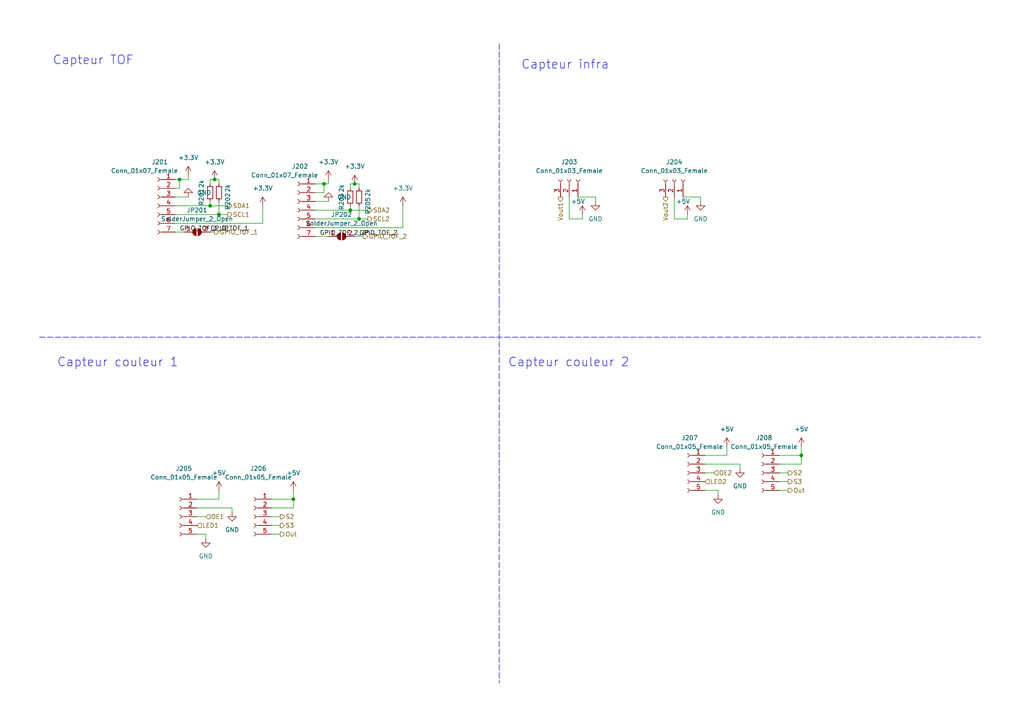
<source format=kicad_sch>
(kicad_sch (version 20211123) (generator eeschema)
  (paper "A4")
  (title_block (title "ESE Project Sensor block") (date "2022-10-03") (company "ENSEA"))
  (lib_symbols
    (symbol "Connector:Conn_01x03_Female" (pin_names (offset 1.016) hide)
      (property "Reference" "J" (at 0 5.08 0))
      (property "Value" "Conn_01x03_Female" (at 0 -5.08 0))
      (symbol "Conn_01x03_Female_1_1"
        (arc (start 0 -2.032) (mid -0.508 -2.54) (end 0 -3.048) (stroke (width 0.1524)))
        (polyline (pts (xy -1.27 -2.54) (xy -0.508 -2.54)) (stroke (width 0.1524)))
        (polyline (pts (xy -1.27 0) (xy -0.508 0)) (stroke (width 0.1524)))
        (polyline (pts (xy -1.27 2.54) (xy -0.508 2.54)) (stroke (width 0.1524)))
        (arc (start 0 0.508) (mid -0.508 0) (end 0 -0.508) (stroke (width 0.1524)))
        (arc (start 0 3.048) (mid -0.508 2.54) (end 0 2.032) (stroke (width 0.1524)))
        (pin passive line (at -5.08 2.54 0) (length 3.81) (name "Pin_1") (number "1"))
        (pin passive line (at -5.08 0 0) (length 3.81) (name "Pin_2") (number "2"))
        (pin passive line (at -5.08 -2.54 0) (length 3.81) (name "Pin_3") (number "3"))
      )
    )
    (symbol "Connector:Conn_01x05_Female" (pin_names (offset 1.016) hide)
      (property "Reference" "J" (at 0 7.62 0))
      (property "Value" "Conn_01x05_Female" (at 0 -7.62 0))
      (symbol "Conn_01x05_Female_1_1"
        (arc (start 0 -4.572) (mid -0.508 -5.08) (end 0 -5.588) (stroke (width 0.1524)))
        (arc (start 0 -2.032) (mid -0.508 -2.54) (end 0 -3.048) (stroke (width 0.1524)))
        (polyline (pts (xy -1.27 -5.08) (xy -0.508 -5.08)) (stroke (width 0.1524)))
        (polyline (pts (xy -1.27 -2.54) (xy -0.508 -2.54)) (stroke (width 0.1524)))
        (polyline (pts (xy -1.27 0) (xy -0.508 0)) (stroke (width 0.1524)))
        (polyline (pts (xy -1.27 2.54) (xy -0.508 2.54)) (stroke (width 0.1524)))
        (polyline (pts (xy -1.27 5.08) (xy -0.508 5.08)) (stroke (width 0.1524)))
        (arc (start 0 0.508) (mid -0.508 0) (end 0 -0.508) (stroke (width 0.1524)))
        (arc (start 0 3.048) (mid -0.508 2.54) (end 0 2.032) (stroke (width 0.1524)))
        (arc (start 0 5.588) (mid -0.508 5.08) (end 0 4.572) (stroke (width 0.1524)))
        (pin passive line (at -5.08 5.08 0) (length 3.81) (name "Pin_1") (number "1"))
        (pin passive line (at -5.08 2.54 0) (length 3.81) (name "Pin_2") (number "2"))
        (pin passive line (at -5.08 0 0) (length 3.81) (name "Pin_3") (number "3"))
        (pin passive line (at -5.08 -2.54 0) (length 3.81) (name "Pin_4") (number "4"))
        (pin passive line (at -5.08 -5.08 0) (length 3.81) (name "Pin_5") (number "5"))
      )
    )
    (symbol "Connector:Conn_01x07_Female" (pin_names (offset 1.016) hide)
      (property "Reference" "J" (at 0 10.16 0))
      (property "Value" "Conn_01x07_Female" (at 0 -10.16 0))
      (symbol "Conn_01x07_Female_1_1"
        (arc (start 0 -7.112) (mid -0.508 -7.62) (end 0 -8.128) (stroke (width 0.1524)))
        (arc (start 0 -4.572) (mid -0.508 -5.08) (end 0 -5.588) (stroke (width 0.1524)))
        (arc (start 0 -2.032) (mid -0.508 -2.54) (end 0 -3.048) (stroke (width 0.1524)))
        (polyline (pts (xy -1.27 -7.62) (xy -0.508 -7.62)) (stroke (width 0.1524)))
        (polyline (pts (xy -1.27 -5.08) (xy -0.508 -5.08)) (stroke (width 0.1524)))
        (polyline (pts (xy -1.27 -2.54) (xy -0.508 -2.54)) (stroke (width 0.1524)))
        (polyline (pts (xy -1.27 0) (xy -0.508 0)) (stroke (width 0.1524)))
        (polyline (pts (xy -1.27 2.54) (xy -0.508 2.54)) (stroke (width 0.1524)))
        (polyline (pts (xy -1.27 5.08) (xy -0.508 5.08)) (stroke (width 0.1524)))
        (polyline (pts (xy -1.27 7.62) (xy -0.508 7.62)) (stroke (width 0.1524)))
        (arc (start 0 0.508) (mid -0.508 0) (end 0 -0.508) (stroke (width 0.1524)))
        (arc (start 0 3.048) (mid -0.508 2.54) (end 0 2.032) (stroke (width 0.1524)))
        (arc (start 0 5.588) (mid -0.508 5.08) (end 0 4.572) (stroke (width 0.1524)))
        (arc (start 0 8.128) (mid -0.508 7.62) (end 0 7.112) (stroke (width 0.1524)))
        (pin passive line (at -5.08 7.62 0) (length 3.81) (name "Pin_1") (number "1"))
        (pin passive line (at -5.08 5.08 0) (length 3.81) (name "Pin_2") (number "2"))
        (pin passive line (at -5.08 2.54 0) (length 3.81) (name "Pin_3") (number "3"))
        (pin passive line (at -5.08 0 0) (length 3.81) (name "Pin_4") (number "4"))
        (pin passive line (at -5.08 -2.54 0) (length 3.81) (name "Pin_5") (number "5"))
        (pin passive line (at -5.08 -5.08 0) (length 3.81) (name "Pin_6") (number "6"))
        (pin passive line (at -5.08 -7.62 0) (length 3.81) (name "Pin_7") (number "7"))
      )
    )
    (symbol "Device:R_Small" (pin_numbers hide) (pin_names (offset 0.254) hide)
      (property "Reference" "R" (at 0.762 0.508 0))
      (property "Value" "R_Small" (at 0.762 -1.016 0))
      (symbol "R_Small_0_1"
        (rectangle (start -0.762 1.778) (end 0.762 -1.778) (stroke (width 0.2032)))
      )
      (symbol "R_Small_1_1"
        (pin passive line (at 0 2.54 270) (length 0.762) (name "~") (number "1"))
        (pin passive line (at 0 -2.54 90) (length 0.762) (name "~") (number "2"))
      )
    )
    (symbol "Jumper:SolderJumper_2_Open" (pin_names (offset 0) hide)
      (property "Reference" "JP" (at 0 2.032 0))
      (property "Value" "SolderJumper_2_Open" (at 0 -2.54 0))
      (symbol "SolderJumper_2_Open_0_1"
        (arc (start -0.254 1.016) (mid -1.27 0) (end -0.254 -1.016))
        (arc (start -0.254 1.016) (mid -1.27 0) (end -0.254 -1.016) (fill (type outline)))
        (polyline (pts (xy -0.254 1.016) (xy -0.254 -1.016)))
        (polyline (pts (xy 0.254 1.016) (xy 0.254 -1.016)))
        (arc (start 0.254 -1.016) (mid 1.27 0) (end 0.254 1.016))
        (arc (start 0.254 -1.016) (mid 1.27 0) (end 0.254 1.016) (fill (type outline)))
      )
      (symbol "SolderJumper_2_Open_1_1"
        (pin passive line (at -3.81 0 0) (length 2.54) (name "A") (number "1"))
        (pin passive line (at 3.81 0 180) (length 2.54) (name "B") (number "2"))
      )
    )
    (symbol "power:+3.3V" (power) (pin_names (offset 0))
      (property "Value" "+3.3V" (at 0 3.556 0))
      (symbol "+3.3V_0_1"
        (polyline (pts (xy -0.762 1.27) (xy 0 2.54)))
        (polyline (pts (xy 0 0) (xy 0 2.54)))
        (polyline (pts (xy 0 2.54) (xy 0.762 1.27)))
      )
      (symbol "+3.3V_1_1"
        (pin power_in line (at 0 0 90) (length 0) hide (name "+3.3V") (number "1"))
      )
    )
    (symbol "power:+5V" (power) (pin_names (offset 0))
      (property "Value" "+5V" (at 0 3.556 0))
      (symbol "+5V_0_1"
        (polyline (pts (xy -0.762 1.27) (xy 0 2.54)))
        (polyline (pts (xy 0 0) (xy 0 2.54)))
        (polyline (pts (xy 0 2.54) (xy 0.762 1.27)))
      )
      (symbol "+5V_1_1"
        (pin power_in line (at 0 0 90) (length 0) hide (name "+5V") (number "1"))
      )
    )
    (symbol "power:GND" (power) (pin_names (offset 0))
      (property "Value" "GND" (at 0 -3.81 0))
      (symbol "GND_0_1"
        (polyline (pts (xy 0 0) (xy 0 -1.27) (xy 1.27 -1.27) (xy 0 -2.54) (xy -1.27 -1.27) (xy 0 -1.27)))
      )
      (symbol "GND_1_1"
        (pin power_in line (at 0 0 270) (length 0) hide (name "GND") (number "1"))
      )
    )
  )
  (junction (at 62.23 52.07))
  (junction (at 101.6 60.96))
  (junction (at 85.09 144.78))
  (junction (at 104.14 63.5))
  (junction (at 232.41 132.08))
  (junction (at 102.87 53.34))
  (junction (at 60.96 59.69))
  (junction (at 63.5 62.23))
  (junction (at 93.98 53.34))
  (junction (at 52.07 52.07))
  (wire (pts (xy 91.44 66.04) (xy 116.84 66.04)))
  (wire (pts (xy 165.1 57.15) (xy 165.1 63.5)))
  (wire (pts (xy 214.63 134.62) (xy 214.63 135.89)))
  (wire (pts (xy 50.8 64.77) (xy 76.2 64.77)))
  (wire (pts (xy 60.96 53.34) (xy 60.96 52.07)))
  (wire (pts (xy 198.12 57.15) (xy 203.2 57.15)))
  (wire (pts (xy 210.82 132.08) (xy 210.82 129.54)))
  (wire (pts (xy 50.8 67.31) (xy 53.34 67.31)))
  (wire (pts (xy 63.5 52.07) (xy 63.5 53.34)))
  (wire (pts (xy 195.58 63.5) (xy 199.39 63.5)))
  (wire (pts (xy 204.47 134.62) (xy 214.63 134.62)))
  (wire (pts (xy 195.58 57.15) (xy 195.58 63.5)))
  (wire (pts (xy 204.47 132.08) (xy 210.82 132.08)))
  (wire (pts (xy 59.69 154.94) (xy 59.69 156.21)))
  (wire (pts (xy 204.47 137.16) (xy 207.01 137.16)))
  (wire (pts (xy 102.87 53.34) (xy 104.14 53.34)))
  (wire (pts (xy 50.8 59.69) (xy 60.96 59.69)))
  (wire (pts (xy 232.41 132.08) (xy 232.41 129.54)))
  (wire (pts (xy 60.96 67.31) (xy 62.23 67.31)))
  (wire (pts (xy 50.8 57.15) (xy 54.61 57.15)))
  (wire (pts (xy 104.14 53.34) (xy 104.14 54.61)))
  (wire (pts (xy 52.07 52.07) (xy 52.07 54.61)))
  (wire (pts (xy 101.6 59.69) (xy 101.6 60.96)))
  (wire (pts (xy 78.74 152.4) (xy 81.28 152.4)))
  (wire (pts (xy 85.09 144.78) (xy 85.09 142.24)))
  (wire (pts (xy 168.91 63.5) (xy 168.91 62.23)))
  (wire (pts (xy 167.64 57.15) (xy 172.72 57.15)))
  (wire (pts (xy 172.72 57.15) (xy 172.72 58.42)))
  (wire (pts (xy 50.8 54.61) (xy 52.07 54.61)))
  (wire (pts (xy 78.74 144.78) (xy 85.09 144.78)))
  (wire (pts (xy 208.28 142.24) (xy 208.28 143.51)))
  (wire (pts (xy 54.61 50.8) (xy 54.61 52.07)))
  (wire (pts (xy 203.2 57.15) (xy 203.2 58.42)))
  (wire (pts (xy 60.96 59.69) (xy 66.04 59.69)))
  (wire (pts (xy 91.44 58.42) (xy 95.25 58.42)))
  (wire (pts (xy 60.96 58.42) (xy 60.96 59.69)))
  (wire (pts (xy 85.09 147.32) (xy 85.09 144.78)))
  (wire (pts (xy 67.31 147.32) (xy 67.31 148.59)))
  (wire (pts (xy 76.2 59.69) (xy 76.2 64.77)))
  (wire (pts (xy 226.06 142.24) (xy 228.6 142.24)))
  (wire (pts (xy 50.8 52.07) (xy 52.07 52.07)))
  (wire (pts (xy 95.25 52.07) (xy 95.25 53.34)))
  (wire (pts (xy 101.6 60.96) (xy 106.68 60.96)))
  (wire (pts (xy 57.15 154.94) (xy 59.69 154.94)))
  (wire (pts (xy 104.14 59.69) (xy 104.14 63.5)))
  (wire (pts (xy 91.44 53.34) (xy 93.98 53.34)))
  (wire (pts (xy 116.84 59.69) (xy 116.84 66.04)))
  (wire (pts (xy 226.06 137.16) (xy 228.6 137.16)))
  (wire (pts (xy 52.07 52.07) (xy 54.61 52.07)))
  (wire (pts (xy 226.06 134.62) (xy 232.41 134.62)))
  (wire (pts (xy 63.5 58.42) (xy 63.5 62.23)))
  (wire (pts (xy 63.5 144.78) (xy 63.5 142.24)))
  (wire (pts (xy 63.5 62.23) (xy 66.04 62.23)))
  (wire (pts (xy 62.23 52.07) (xy 63.5 52.07)))
  (wire (pts (xy 91.44 60.96) (xy 101.6 60.96)))
  (wire (pts (xy 104.14 63.5) (xy 106.68 63.5)))
  (wire (pts (xy 91.44 55.88) (xy 93.98 55.88)))
  (wire (pts (xy 91.44 63.5) (xy 104.14 63.5)))
  (polyline (pts (xy 144.78 12.7) (xy 144.78 87.63)))
  (wire (pts (xy 91.44 68.58) (xy 95.25 68.58)))
  (wire (pts (xy 93.98 53.34) (xy 93.98 55.88)))
  (wire (pts (xy 165.1 63.5) (xy 168.91 63.5)))
  (wire (pts (xy 102.87 68.58) (xy 105.41 68.58)))
  (wire (pts (xy 57.15 144.78) (xy 63.5 144.78)))
  (wire (pts (xy 50.8 62.23) (xy 63.5 62.23)))
  (wire (pts (xy 204.47 142.24) (xy 208.28 142.24)))
  (wire (pts (xy 57.15 147.32) (xy 67.31 147.32)))
  (wire (pts (xy 78.74 149.86) (xy 81.28 149.86)))
  (wire (pts (xy 60.96 52.07) (xy 62.23 52.07)))
  (wire (pts (xy 78.74 147.32) (xy 85.09 147.32)))
  (polyline (pts (xy 144.78 87.63) (xy 144.78 198.12)))
  (wire (pts (xy 226.06 132.08) (xy 232.41 132.08)))
  (wire (pts (xy 101.6 53.34) (xy 102.87 53.34)))
  (wire (pts (xy 57.15 149.86) (xy 59.69 149.86)))
  (wire (pts (xy 93.98 53.34) (xy 95.25 53.34)))
  (polyline (pts (xy 11.43 97.79) (xy 284.48 97.79)))
  (wire (pts (xy 78.74 154.94) (xy 81.28 154.94)))
  (wire (pts (xy 226.06 139.7) (xy 228.6 139.7)))
  (wire (pts (xy 101.6 54.61) (xy 101.6 53.34)))
  (wire (pts (xy 199.39 63.5) (xy 199.39 62.23)))
  (wire (pts (xy 232.41 134.62) (xy 232.41 132.08)))
  (text "Capteur couleur 1" (at 16.51 106.68 0) (effects (font (size 2.54 2.54)) (justify left bottom)))
  (text "Capteur infra" (at 151.13 20.32 0) (effects (font (size 2.54 2.54)) (justify left bottom)))
  (text "Capteur TOF" (at 15.24 19.05 0) (effects (font (size 2.54 2.54)) (justify left bottom)))
  (text "Capteur couleur 2" (at 147.32 106.68 0) (effects (font (size 2.54 2.54)) (justify left bottom)))
  (label "GPIO_TOF_1" (at 60.96 67.31 0))
  (label "GPIO_TOF_1_JP" (at 52.07 67.31 0))
  (label "GPIO_TOF_2_JP" (at 92.71 68.58 0))
  (label "GPIO_TOF_2" (at 104.14 68.58 0))
  (hierarchical_label "S3" (shape output) (at 228.6 139.7 0))
  (hierarchical_label "GPIO_TOF_2" (shape output) (at 105.41 68.58 0))
  (hierarchical_label "Out" (shape output) (at 81.28 154.94 0))
  (hierarchical_label "GPIO_TOF_1" (shape output) (at 62.23 67.31 0))
  (hierarchical_label "SCL2" (shape output) (at 106.68 63.5 0))
  (hierarchical_label "LED2" (shape input) (at 204.47 139.7 0))
  (hierarchical_label "Vout1" (shape output) (at 162.56 57.15 270))
  (hierarchical_label "S3" (shape output) (at 81.28 152.4 0))
  (hierarchical_label "SDA1" (shape output) (at 66.04 59.69 0))
  (hierarchical_label "Out" (shape output) (at 228.6 142.24 0))
  (hierarchical_label "SCL1" (shape output) (at 66.04 62.23 0))
  (hierarchical_label "SDA2" (shape output) (at 106.68 60.96 0))
  (hierarchical_label "LED1" (shape input) (at 57.15 152.4 0))
  (hierarchical_label "Vout2" (shape output) (at 193.04 57.15 270))
  (hierarchical_label "OE2" (shape input) (at 207.01 137.16 0))
  (hierarchical_label "S2" (shape output) (at 228.6 137.16 0))
  (hierarchical_label "S2" (shape output) (at 81.28 149.86 0))
  (hierarchical_label "OE1" (shape input) (at 59.69 149.86 0))
  (symbol (lib_id "Device:R_Small") (at 60.96 55.88 180) (unit 1)
    (property "Reference" "R201" (at 58.42 57.15 90))
    (property "Value" "2k" (at 58.42 53.34 90))
    (property "Footprint" "Resistor_SMD:R_0603_1608Metric_Pad0.98x0.95mm_HandSolder" (effects hide))
  )
  (symbol (lib_id "Connector:Conn_01x05_Female") (at 52.07 149.86 0) (mirror y) (unit 1)
    (property "Reference" "J205" (at 53.34 135.89 0))
    (property "Value" "Conn_01x05_Female" (at 53.34 138.43 0))
    (property "Footprint" "Connector_JST:JST_XH_B5B-XH-A_1x05_P2.50mm_Vertical" (effects hide))
  )
  (symbol (lib_id "power:GND") (at 95.25 58.42 180) (unit 1)
    (property "Reference" "#PWR0210" (effects hide))
    (property "Value" "GND" (at 97.79 57.1499 0) (effects (justify right)))
  )
  (symbol (lib_id "Connector:Conn_01x05_Female") (at 199.39 137.16 0) (mirror y) (unit 1)
    (property "Reference" "J207" (at 200.025 127 0))
    (property "Value" "Conn_01x05_Female" (at 200.025 129.54 0))
    (property "Footprint" "Connector_JST:JST_XH_B5B-XH-A_1x05_P2.50mm_Vertical" (effects hide))
  )
  (symbol (lib_id "power:+5V") (at 85.09 142.24 0) (unit 1)
    (property "Reference" "#PWR0208" (effects hide))
    (property "Value" "+5V" (at 85.09 137.16 0))
  )
  (symbol (lib_id "power:+3.3V") (at 62.23 52.07 0) (unit 1)
    (property "Reference" "#PWR0122" (effects hide))
    (property "Value" "+3.3V" (at 62.23 46.99 0))
  )
  (symbol (lib_id "power:+3.3V") (at 116.84 59.69 0) (unit 1)
    (property "Reference" "#PWR0118" (effects hide))
    (property "Value" "+3.3V" (at 116.84 54.61 0))
  )
  (symbol (lib_id "Device:R_Small") (at 63.5 55.88 0) (unit 1)
    (property "Reference" "R202" (at 66.04 58.42 90))
    (property "Value" "2k" (at 66.04 54.61 90))
    (property "Footprint" "Resistor_SMD:R_0603_1608Metric_Pad0.98x0.95mm_HandSolder" (effects hide))
  )
  (symbol (lib_id "Connector:Conn_01x03_Female") (at 195.58 52.07 270) (mirror x) (unit 1)
    (property "Reference" "J204" (at 195.58 46.99 90))
    (property "Value" "Conn_01x03_Female" (at 195.58 49.53 90))
    (property "Footprint" "Connector_JST:JST_XH_B3B-XH-A_1x03_P2.50mm_Vertical" (effects hide))
  )
  (symbol (lib_id "power:+3.3V") (at 95.25 52.07 0) (unit 1)
    (property "Reference" "#PWR0119" (effects hide))
    (property "Value" "+3.3V" (at 95.25 46.99 0))
  )
  (symbol (lib_id "power:GND") (at 208.28 143.51 0) (unit 1)
    (property "Reference" "#PWR0217" (effects hide))
    (property "Value" "GND" (at 208.28 148.59 0))
  )
  (symbol (lib_id "power:+5V") (at 199.39 62.23 0) (unit 1)
    (property "Reference" "#PWR0215" (effects hide))
    (property "Value" "+5V" (at 198.12 58.42 0))
  )
  (symbol (lib_id "Jumper:SolderJumper_2_Open") (at 99.06 68.58 0) (unit 1)
    (property "Reference" "JP202" (at 99.06 62.23 0))
    (property "Value" "SolderJumper_2_Open" (at 99.06 64.77 0))
    (property "Footprint" "Jumper:SolderJumper-2_P1.3mm_Open_TrianglePad1.0x1.5mm" (effects hide))
  )
  (symbol (lib_id "Connector:Conn_01x07_Female") (at 86.36 60.96 0) (mirror y) (unit 1)
    (property "Reference" "J202" (at 86.995 48.26 0))
    (property "Value" "Conn_01x07_Female" (at 82.55 50.8 0))
    (property "Footprint" "Connector_JST:JST_XH_B7B-XH-A_1x07_P2.50mm_Vertical" (effects hide))
  )
  (symbol (lib_id "power:GND") (at 54.61 57.15 180) (unit 1)
    (property "Reference" "#PWR0202" (effects hide))
    (property "Value" "GND" (at 57.15 55.8799 0) (effects (justify right)))
  )
  (symbol (lib_id "Connector:Conn_01x05_Female") (at 73.66 149.86 0) (mirror y) (unit 1)
    (property "Reference" "J206" (at 74.93 135.89 0))
    (property "Value" "Conn_01x05_Female" (at 74.93 138.43 0))
    (property "Footprint" "Connector_JST:JST_XH_B5B-XH-A_1x05_P2.50mm_Vertical" (effects hide))
  )
  (symbol (lib_id "power:+5V") (at 63.5 142.24 0) (unit 1)
    (property "Reference" "#PWR0205" (effects hide))
    (property "Value" "+5V" (at 63.5 137.16 0))
  )
  (symbol (lib_id "power:+3.3V") (at 54.61 50.8 0) (unit 1)
    (property "Reference" "#PWR0121" (effects hide))
    (property "Value" "+3.3V" (at 54.61 45.72 0))
  )
  (symbol (lib_id "Jumper:SolderJumper_2_Open") (at 57.15 67.31 0) (unit 1)
    (property "Reference" "JP201" (at 57.15 60.96 0))
    (property "Value" "SolderJumper_2_Open" (at 57.15 63.5 0))
    (property "Footprint" "Jumper:SolderJumper-2_P1.3mm_Open_TrianglePad1.0x1.5mm" (effects hide))
  )
  (symbol (lib_id "Connector:Conn_01x05_Female") (at 220.98 137.16 0) (mirror y) (unit 1)
    (property "Reference" "J208" (at 221.615 127 0))
    (property "Value" "Conn_01x05_Female" (at 221.615 129.54 0))
    (property "Footprint" "Connector_JST:JST_XH_B5B-XH-A_1x05_P2.50mm_Vertical" (effects hide))
  )
  (symbol (lib_id "power:GND") (at 214.63 135.89 0) (unit 1)
    (property "Reference" "#PWR0219" (effects hide))
    (property "Value" "GND" (at 214.63 140.97 0))
  )
  (symbol (lib_id "Device:R_Small") (at 101.6 57.15 180) (unit 1)
    (property "Reference" "R204" (at 99.06 58.42 90))
    (property "Value" "2k" (at 99.06 54.61 90))
    (property "Footprint" "Resistor_SMD:R_0603_1608Metric_Pad0.98x0.95mm_HandSolder" (effects hide))
  )
  (symbol (lib_id "power:+3.3V") (at 102.87 53.34 0) (unit 1)
    (property "Reference" "#PWR0120" (effects hide))
    (property "Value" "+3.3V" (at 102.87 48.26 0))
  )
  (symbol (lib_id "power:GND") (at 203.2 58.42 0) (unit 1)
    (property "Reference" "#PWR0216" (effects hide))
    (property "Value" "GND" (at 203.2 63.5 0))
  )
  (symbol (lib_id "Connector:Conn_01x03_Female") (at 165.1 52.07 270) (mirror x) (unit 1)
    (property "Reference" "J203" (at 165.1 46.99 90))
    (property "Value" "Conn_01x03_Female" (at 165.1 49.53 90))
    (property "Footprint" "Connector_JST:JST_XH_B3B-XH-A_1x03_P2.50mm_Vertical" (effects hide))
  )
  (symbol (lib_id "power:GND") (at 59.69 156.21 0) (unit 1)
    (property "Reference" "#PWR0203" (effects hide))
    (property "Value" "GND" (at 59.69 161.29 0))
  )
  (symbol (lib_id "power:GND") (at 67.31 148.59 0) (unit 1)
    (property "Reference" "#PWR0206" (effects hide))
    (property "Value" "GND" (at 67.31 153.67 0))
  )
  (symbol (lib_id "Device:R_Small") (at 104.14 57.15 0) (unit 1)
    (property "Reference" "R205" (at 106.68 59.69 90))
    (property "Value" "2k" (at 106.68 55.88 90))
    (property "Footprint" "Resistor_SMD:R_0603_1608Metric_Pad0.98x0.95mm_HandSolder" (effects hide))
  )
  (symbol (lib_id "power:+5V") (at 210.82 129.54 0) (unit 1)
    (property "Reference" "#PWR0218" (effects hide))
    (property "Value" "+5V" (at 210.82 124.46 0))
  )
  (symbol (lib_id "power:GND") (at 172.72 58.42 0) (unit 1)
    (property "Reference" "#PWR0214" (effects hide))
    (property "Value" "GND" (at 172.72 63.5 0))
  )
  (symbol (lib_id "power:+3.3V") (at 76.2 59.69 0) (unit 1)
    (property "Reference" "#PWR0117" (effects hide))
    (property "Value" "+3.3V" (at 76.2 54.61 0))
  )
  (symbol (lib_id "power:+5V") (at 232.41 129.54 0) (unit 1)
    (property "Reference" "#PWR0220" (effects hide))
    (property "Value" "+5V" (at 232.41 124.46 0))
  )
  (symbol (lib_id "power:+5V") (at 168.91 62.23 0) (unit 1)
    (property "Reference" "#PWR0213" (effects hide))
    (property "Value" "+5V" (at 167.64 58.42 0))
  )
  (symbol (lib_id "Connector:Conn_01x07_Female") (at 45.72 59.69 0) (mirror y) (unit 1)
    (property "Reference" "J201" (at 46.355 46.99 0))
    (property "Value" "Conn_01x07_Female" (at 41.91 49.53 0))
    (property "Footprint" "Connector_JST:JST_XH_B7B-XH-A_1x07_P2.50mm_Vertical" (effects hide))
  )
)
</source>
